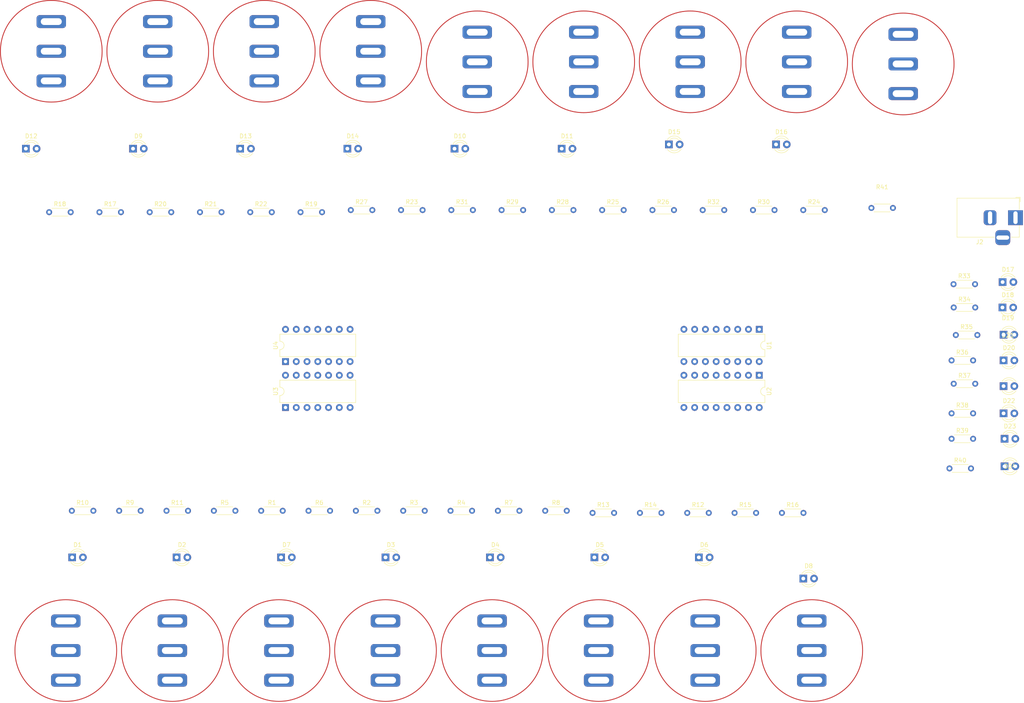
<source format=kicad_pcb>
(kicad_pcb (version 20240108) (generator "pcbnew") (generator_version "8.0")
  (layers (0 "F.Cu" signal) (31 "B.Cu" signal) (34 "B.Paste" user) (35 "F.Paste" user) (36 "B.SilkS" user "B.Silkscreen") (37 "F.SilkS" user "F.Silkscreen") (38 "B.Mask" user) (39 "F.Mask" user) (44 "Edge.Cuts" user))
  (net 0 "")
  (net 1 "GND")
  (net 2 "Net-(D1-A)")
  (net 3 "Net-(D2-A)")
  (net 4 "Net-(D3-A)")
  (net 5 "Net-(D4-A)")
  (net 6 "Net-(D5-A)")
  (net 7 "Net-(D6-A)")
  (net 8 "Net-(D7-A)")
  (net 9 "Net-(D8-A)")
  (net 10 "Net-(D9-A)")
  (net 11 "Net-(D10-A)")
  (net 12 "Net-(D11-A)")
  (net 13 "Net-(D12-A)")
  (net 14 "Net-(D13-A)")
  (net 15 "Net-(D14-A)")
  (net 16 "Net-(D15-A)")
  (net 17 "Net-(D16-A)")
  (net 18 "Net-(D17-A)")
  (net 19 "Net-(D18-A)")
  (net 20 "Net-(D19-A)")
  (net 21 "Net-(D20-A)")
  (net 22 "Net-(D21-A)")
  (net 23 "Net-(D22-A)")
  (net 24 "Net-(D23-A)")
  (net 25 "Net-(D24-A)")
  (net 26 "VCC")
  (net 27 "/A0")
  (net 28 "/A1")
  (net 29 "/A2")
  (net 30 "/A3")
  (net 31 "/A4")
  (net 32 "/A5")
  (net 33 "/A6")
  (net 34 "/A7")
  (net 35 "/B0")
  (net 36 "/B1")
  (net 37 "/B2")
  (net 38 "/B3")
  (net 39 "/B4")
  (net 40 "/B5")
  (net 41 "/B6")
  (net 42 "/B7")
  (net 43 "/S0")
  (net 44 "/S1")
  (net 45 "/S2")
  (net 46 "/S3")
  (net 47 "/S4")
  (net 48 "/S5")
  (net 49 "/S6")
  (net 50 "/S7")
  (net 51 "/SUB")
  (net 52 "Net-(U1A-C4)")
  (net 53 "Net-(U1A-B4)")
  (net 54 "Net-(U1A-B1)")
  (net 55 "Net-(U1A-B2)")
  (net 56 "Net-(U1A-B3)")
  (net 57 "Net-(U2A-B3)")
  (net 59 "Net-(U2A-B4)")
  (net 60 "Net-(U2A-B2)")
  (net 61 "Net-(U2A-B1)")
  (footprint "Resistor_THT:R_Axial_DIN0204_L3.6mm_D1.6mm_P5.08mm_Horizontal" (layer "F.Cu") (at 148.541902 137)
    (property "Reference" "R8" (at 2.54 -1.92 0) (layer "F.SilkS"))
    (property "Value" "1K")
    (pad "1" thru_hole circle (at 0 0) (size 1.4 1.4) (drill 0.7) (layers "*.Cu" "*.Mask") (net 30 "/A3"))
    (pad "2" thru_hole oval (at 5.08 0) (size 1.4 1.4) (drill 0.7) (layers "*.Cu" "*.Mask") (net 5 "Net-(D4-A)"))
  )
  (footprint "LED_THT:LED_D3.0mm" (layer "F.Cu") (at 177.714284 50.5)
    (property "Reference" "D15" (at 1.27 -2.96 0) (layer "F.SilkS"))
    (property "Value" "LED")
    (pad "1" thru_hole rect (at 0 0) (size 1.8 1.8) (drill 0.9) (layers "*.Cu" "*.Mask") (net 1 "GND"))
    (pad "2" thru_hole circle (at 2.54 0) (size 1.8 1.8) (drill 0.9) (layers "*.Cu" "*.Mask") (net 16 "Net-(D15-A)"))
  )
  (footprint "Resistor_THT:R_Axial_DIN0204_L3.6mm_D1.6mm_P5.08mm_Horizontal" (layer "F.Cu") (at 78.945332 66.5)
    (property "Reference" "R22" (at 2.54 -1.92 0) (layer "F.SilkS"))
    (property "Value" "1K")
    (pad "1" thru_hole circle (at 0 0) (size 1.4 1.4) (drill 0.7) (layers "*.Cu" "*.Mask") (net 37 "/B2"))
    (pad "2" thru_hole oval (at 5.08 0) (size 1.4 1.4) (drill 0.7) (layers "*.Cu" "*.Mask") (net 12 "Net-(D11-A)"))
  )
  (footprint "Library:switch1" (layer "F.Cu") (at 107.375 28.5)
    (property "Reference" "SW12" (hide yes))
    (property "Value" "SW_SPDT" (hide yes))
    (fp_circle (center 0 0) (end 12 0) (stroke (width 0.2)) (fill none) (layer "F.Cu"))
    (pad "1" thru_hole roundrect (at 0 -7) (size 6.95 3.06) (drill oval 4.95 1.6) (layers "*.Cu" "*.Mask") (net 1 "GND"))
    (pad "2" thru_hole roundrect (at 0 0) (size 6.95 3.06) (drill oval 4.95 1.6) (layers "*.Cu" "*.Mask") (net 38 "/B3"))
    (pad "3" thru_hole roundrect (at 0 7) (size 6.95 3.06) (drill oval 4.95 1.6) (layers "*.Cu" "*.Mask"))
  )
  (footprint "Resistor_THT:R_Axial_DIN0204_L3.6mm_D1.6mm_P5.08mm_Horizontal" (layer "F.Cu") (at 182.049901 137.5)
    (property "Reference" "R12" (at 2.54 -1.92 0) (layer "F.SilkS"))
    (property "Value" "1K")
    (pad "1" thru_hole circle (at 0 0) (size 1.4 1.4) (drill 0.7) (layers "*.Cu" "*.Mask") (net 32 "/A5"))
    (pad "2" thru_hole oval (at 5.08 0) (size 1.4 1.4) (drill 0.7) (layers "*.Cu" "*.Mask") (net 7 "Net-(D6-A)"))
  )
  (footprint "Library:switch1" (layer "F.Cu") (at 57.125 28.5)
    (property "Reference" "SW9" (hide yes))
    (property "Value" "SW_SPDT" (hide yes))
    (fp_circle (center 0 0) (end 12 0) (stroke (width 0.2)) (fill none) (layer "F.Cu"))
    (pad "1" thru_hole roundrect (at 0 -7) (size 6.95 3.06) (drill oval 4.95 1.6) (layers "*.Cu" "*.Mask") (net 1 "GND"))
    (pad "2" thru_hole roundrect (at 0 0) (size 6.95 3.06) (drill oval 4.95 1.6) (layers "*.Cu" "*.Mask") (net 35 "/B0"))
    (pad "3" thru_hole roundrect (at 0 7) (size 6.95 3.06) (drill oval 4.95 1.6) (layers "*.Cu" "*.Mask"))
  )
  (footprint "Resistor_THT:R_Axial_DIN0204_L3.6mm_D1.6mm_P5.08mm_Horizontal" (layer "F.Cu") (at 70.356571 137)
    (property "Reference" "R5" (at 2.54 -1.92 0) (layer "F.SilkS"))
    (property "Value" "1K")
    (pad "1" thru_hole circle (at 0 0) (size 1.4 1.4) (drill 0.7) (layers "*.Cu" "*.Mask") (net 26 "VCC"))
    (pad "2" thru_hole oval (at 5.08 0) (size 1.4 1.4) (drill 0.7) (layers "*.Cu" "*.Mask") (net 29 "/A2"))
  )
  (footprint "Resistor_THT:R_Axial_DIN0204_L3.6mm_D1.6mm_P5.08mm_Horizontal" (layer "F.Cu") (at 193.219234 137.5)
    (property "Reference" "R15" (at 2.54 -1.92 0) (layer "F.SilkS"))
    (property "Value" "1K")
    (pad "1" thru_hole circle (at 0 0) (size 1.4 1.4) (drill 0.7) (layers "*.Cu" "*.Mask") (net 26 "VCC"))
    (pad "2" thru_hole oval (at 5.08 0) (size 1.4 1.4) (drill 0.7) (layers "*.Cu" "*.Mask") (net 34 "/A7"))
  )
  (footprint "Resistor_THT:R_Axial_DIN0204_L3.6mm_D1.6mm_P5.08mm_Horizontal" (layer "F.Cu") (at 48.017905 137)
    (property "Reference" "R9" (at 2.54 -1.92 0) (layer "F.SilkS"))
    (property "Value" "1K")
    (pad "1" thru_hole circle (at 0 0) (size 1.4 1.4) (drill 0.7) (layers "*.Cu" "*.Mask") (net 26 "VCC"))
    (pad "2" thru_hole oval (at 5.08 0) (size 1.4 1.4) (drill 0.7) (layers "*.Cu" "*.Mask") (net 31 "/A4"))
  )
  (footprint "LED_THT:LED_D3.0mm" (layer "F.Cu") (at 86.214286 148)
    (property "Reference" "D7" (at 1.27 -2.96 0) (layer "F.SilkS"))
    (property "Value" "LED")
    (pad "1" thru_hole rect (at 0 0) (size 1.8 1.8) (drill 0.9) (layers "*.Cu" "*.Mask") (net 1 "GND"))
    (pad "2" thru_hole circle (at 2.54 0) (size 1.8 1.8) (drill 0.9) (layers "*.Cu" "*.Mask") (net 8 "Net-(D7-A)"))
  )
  (footprint "Resistor_THT:R_Axial_DIN0204_L3.6mm_D1.6mm_P5.08mm_Horizontal" (layer "F.Cu") (at 92.695237 137)
    (property "Reference" "R6" (at 2.54 -1.92 0) (layer "F.SilkS"))
    (property "Value" "1K")
    (pad "1" thru_hole circle (at 0 0) (size 1.4 1.4) (drill 0.7) (layers "*.Cu" "*.Mask") (net 29 "/A2"))
    (pad "2" thru_hole oval (at 5.08 0) (size 1.4 1.4) (drill 0.7) (layers "*.Cu" "*.Mask") (net 4 "Net-(D3-A)"))
  )
  (footprint "LED_THT:LED_D3.0mm" (layer "F.Cu") (at 101.857142 51.5)
    (property "Reference" "D14" (at 1.27 -2.96 0) (layer "F.SilkS"))
    (property "Value" "LED")
    (pad "1" thru_hole rect (at 0 0) (size 1.8 1.8) (drill 0.9) (layers "*.Cu" "*.Mask") (net 1 "GND"))
    (pad "2" thru_hole circle (at 2.54 0) (size 1.8 1.8) (drill 0.9) (layers "*.Cu" "*.Mask") (net 15 "Net-(D14-A)"))
  )
  (footprint "LED_THT:LED_D3.0mm" (layer "F.Cu") (at 152.42857 51.5)
    (property "Reference" "D11" (at 1.27 -2.96 0) (layer "F.SilkS"))
    (property "Value" "LED")
    (pad "1" thru_hole rect (at 0 0) (size 1.8 1.8) (drill 0.9) (layers "*.Cu" "*.Mask") (net 1 "GND"))
    (pad "2" thru_hole circle (at 2.54 0) (size 1.8 1.8) (drill 0.9) (layers "*.Cu" "*.Mask") (net 12 "Net-(D11-A)"))
  )
  (footprint "LED_THT:LED_D3.0mm" (layer "F.Cu") (at 256.92 126.5)
    (property "Reference" "D24" (at 1.275 0 0) (layer "F.SilkS"))
    (property "Value" "LED")
    (pad "1" thru_hole rect (at 0 0) (size 1.8 1.8) (drill 0.9) (layers "*.Cu" "*.Mask") (net 1 "GND"))
    (pad "2" thru_hole circle (at 2.54 0) (size 1.8 1.8) (drill 0.9) (layers "*.Cu" "*.Mask") (net 25 "Net-(D24-A)"))
  )
  (footprint "Library:switch1" (layer "F.Cu") (at 85.714286 170)
    (property "Reference" "SW3" (hide yes))
    (property "Value" "SW_SPDT" (hide yes))
    (fp_circle (center 0 0) (end 12 0) (stroke (width 0.2)) (fill none) (layer "F.Cu"))
    (pad "1" thru_hole roundrect (at 0 -7) (size 6.95 3.06) (drill oval 4.95 1.6) (layers "*.Cu" "*.Mask") (net 1 "GND"))
    (pad "2" thru_hole roundrect (at 0 0) (size 6.95 3.06) (drill oval 4.95 1.6) (layers "*.Cu" "*.Mask") (net 32 "/A5"))
    (pad "3" thru_hole roundrect (at 0 7) (size 6.95 3.06) (drill oval 4.95 1.6) (layers "*.Cu" "*.Mask"))
  )
  (footprint "LED_THT:LED_D3.0mm" (layer "F.Cu") (at 256.46 83)
    (property "Reference" "D17" (at 1.27 -2.96 0) (layer "F.SilkS"))
    (property "Value" "LED")
    (pad "1" thru_hole rect (at 0 0) (size 1.8 1.8) (drill 0.9) (layers "*.Cu" "*.Mask") (net 1 "GND"))
    (pad "2" thru_hole circle (at 2.54 0) (size 1.8 1.8) (drill 0.9) (layers "*.Cu" "*.Mask") (net 18 "Net-(D17-A)"))
  )
  (footprint "Connector_BarrelJack:BarrelJack_Horizontal" (layer "F.Cu") (at 259.5 67.8)
    (property "Reference" "J2" (at -8.45 5.75 0) (layer "F.SilkS"))
    (property "Value" "Barrel_Jack")
    (pad "1" thru_hole rect (at 0 0) (size 3.5 3.5) (drill oval 1 3) (layers "*.Cu" "*.Mask") (net 26 "VCC"))
    (pad "2" thru_hole roundrect (at -6 0) (size 3 3.5) (drill oval 1 3) (layers "*.Cu" "*.Mask") (net 1 "GND"))
    (pad "3" thru_hole roundrect (at -3 4.7) (size 3.5 3.5) (drill oval 3 1) (layers "*.Cu" "*.Mask"))
  )
  (footprint "Resistor_THT:R_Axial_DIN0204_L3.6mm_D1.6mm_P5.08mm_Horizontal" (layer "F.Cu") (at 244.42 101.5)
    (property "Reference" "R36" (at 2.54 -1.92 0) (layer "F.SilkS"))
    (property "Value" "1K")
    (pad "1" thru_hole circle (at 0 0) (size 1.4 1.4) (drill 0.7) (layers "*.Cu" "*.Mask") (net 46 "/S3"))
    (pad "2" thru_hole oval (at 5.08 0) (size 1.4 1.4) (drill 0.7) (layers "*.Cu" "*.Mask") (net 21 "Net-(D20-A)"))
  )
  (footprint "Resistor_THT:R_Axial_DIN0204_L3.6mm_D1.6mm_P5.08mm_Horizontal" (layer "F.Cu") (at 204.388572 137.5)
    (property "Reference" "R16" (at 2.54 -1.92 0) (layer "F.SilkS"))
    (property "Value" "1K")
    (pad "1" thru_hole circle (at 0 0) (size 1.4 1.4) (drill 0.7) (layers "*.Cu" "*.Mask") (net 34 "/A7"))
    (pad "2" thru_hole oval (at 5.08 0) (size 1.4 1.4) (drill 0.7) (layers "*.Cu" "*.Mask") (net 9 "Net-(D8-A)"))
  )
  (footprint "Resistor_THT:R_Axial_DIN0204_L3.6mm_D1.6mm_P5.08mm_Horizontal" (layer "F.Cu") (at 55.222666 66.5)
    (property "Reference" "R20" (at 2.54 -1.92 0) (layer "F.SilkS"))
    (property "Value" "1K")
    (pad "1" thru_hole circle (at 0 0) (size 1.4 1.4) (drill 0.7) (layers "*.Cu" "*.Mask") (net 36 "/B1"))
    (pad "2" thru_hole oval (at 5.08 0) (size 1.4 1.4) (drill 0.7) (layers "*.Cu" "*.Mask") (net 11 "Net-(D10-A)"))
  )
  (footprint "Library:switch1" (layer "F.Cu") (at 157.625 31)
    (property "Reference" "SW14" (hide yes))
    (property "Value" "SW_SPDT" (hide yes))
    (fp_circle (center 0 0) (end 12 0) (stroke (width 0.2)) (fill none) (layer "F.Cu"))
    (pad "1" thru_hole roundrect (at 0 -7) (size 6.95 3.06) (drill oval 4.95 1.6) (layers "*.Cu" "*.Mask") (net 1 "GND"))
    (pad "2" thru_hole roundrect (at 0 0) (size 6.95 3.06) (drill oval 4.95 1.6) (layers "*.Cu" "*.Mask") (net 40 "/B5"))
    (pad "3" thru_hole roundrect (at 0 7) (size 6.95 3.06) (drill oval 4.95 1.6) (layers "*.Cu" "*.Mask"))
  )
  (footprint "Resistor_THT:R_Axial_DIN0204_L3.6mm_D1.6mm_P5.08mm_Horizontal" (layer "F.Cu") (at 244.92 107)
    (property "Reference" "R37" (at 2.54 -1.92 0) (layer "F.SilkS"))
    (property "Value" "1K")
    (pad "1" thru_hole circle (at 0 0) (size 1.4 1.4) (drill 0.7) (layers "*.Cu" "*.Mask") (net 47 "/S4"))
    (pad "2" thru_hole oval (at 5.08 0) (size 1.4 1.4) (drill 0.7) (layers "*.Cu" "*.Mask") (net 22 "Net-(D21-A)"))
  )
  (footprint "Resistor_THT:R_Axial_DIN0204_L3.6mm_D1.6mm_P5.08mm_Horizontal" (layer "F.Cu") (at 170.880568 137.5)
    (property "Reference" "R14" (at 2.54 -1.92 0) (layer "F.SilkS"))
    (property "Value" "1K")
    (pad "1" thru_hole circle (at 0 0) (size 1.4 1.4) (drill 0.7) (layers "*.Cu" "*.Mask") (net 33 "/A6"))
    (pad "2" thru_hole oval (at 5.08 0) (size 1.4 1.4) (drill 0.7) (layers "*.Cu" "*.Mask") (net 8 "Net-(D7-A)"))
  )
  (footprint "Package_DIP:DIP-14_W7.62mm" (layer "F.Cu") (at 87.26 101.77 90)
    (property "Reference" "U4" (at 3.81 -2.33 90) (layer "F.SilkS"))
    (property "Value" "~")
    (pad "1" thru_hole rect (at 0 0 90) (size 1.6 1.6) (drill 0.8) (layers "*.Cu" "*.Mask") (net 38 "/B3"))
    (pad "2" thru_hole oval (at 0 2.54 90) (size 1.6 1.6) (drill 0.8) (layers "*.Cu" "*.Mask") (net 51 "/SUB"))
    (pad "3" thru_hole oval (at 0 5.08 90) (size 1.6 1.6) (drill 0.8) (layers "*.Cu" "*.Mask") (net 53 "Net-(U1A-B4)"))
    (pad "4" thru_hole oval (at 0 7.62 90) (size 1.6 1.6) (drill 0.8) (layers "*.Cu" "*.Mask") (net 37 "/B2"))
    (pad "5" thru_hole oval (at 0 10.16 90) (size 1.6 1.6) (drill 0.8) (layers "*.Cu" "*.Mask") (net 51 "/SUB"))
    (pad "6" thru_hole oval (at 0 12.7 90) (size 1.6 1.6) (drill 0.8) (layers "*.Cu" "*.Mask") (net 56 "Net-(U1A-B3)"))
    (pad "7" thru_hole oval (at 0 15.24 90) (size 1.6 1.6) (drill 0.8) (layers "*.Cu" "*.Mask") (net 1 "GND"))
    (pad "8" thru_hole oval (at 7.62 15.24 90) (size 1.6 1.6) (drill 0.8) (layers "*.Cu" "*.Mask") (net 55 "Net-(U1A-B2)"))
    (pad "9" thru_hole oval (at 7.62 12.7 90) (size 1.6 1.6) (drill 0.8) (layers "*.Cu" "*.Mask") (net 36 "/B1"))
    (pad "10" thru_hole oval (at 7.62 10.16 90) (size 1.6 1.6) (drill 0.8) (layers "*.Cu" "*.Mask") (net 51 "/SUB"))
    (pad "11" thru_hole oval (at 7.62 7.62 90) (size 1.6 1.6) (drill 0.8) (layers "*.Cu" "*.Mask") (net 54 "Net-(U1A-B1)"))
    (pad "12" thru_hole oval (at 7.62 5.08 90) (size 1.6 1.6) (drill 0.8) (layers "*.Cu" "*.Mask") (net 35 "/B0"))
    (pad "13" thru_hole oval (at 7.62 2.54 90) (size 1.6 1.6) (drill 0.8) (layers "*.Cu" "*.Mask") (net 51 "/SUB"))
    (pad "14" thru_hole oval (at 7.62 0 90) (size 1.6 1.6) (drill 0.8) (layers "*.Cu" "*.Mask") (net 26 "VCC"))
  )
  (footprint "Resistor_THT:R_Axial_DIN0204_L3.6mm_D1.6mm_P5.08mm_Horizontal" (layer "F.Cu") (at 43.361333 66.5)
    (property "Reference" "R17" (at 2.54 -1.92 0) (layer "F.SilkS"))
    (property "Value" "1K")
    (pad "1" thru_hole circle (at 0 0) (size 1.4 1.4) (drill 0.7) (layers "*.Cu" "*.Mask") (net 26 "VCC"))
    (pad "2" thru_hole oval (at 5.08 0) (size 1.4 1.4) (drill 0.7) (layers "*.Cu" "*.Mask") (net 35 "/B0"))
  )
  (footprint "Resistor_THT:R_Axial_DIN0204_L3.6mm_D1.6mm_P5.08mm_Horizontal" (layer "F.Cu") (at 244.88 83.5)
    (property "Reference" "R33" (at 2.54 -1.92 0) (layer "F.SilkS"))
    (property "Value" "1K")
    (pad "1" thru_hole circle (at 0 0) (size 1.4 1.4) (drill 0.7) (layers "*.Cu" "*.Mask") (net 43 "/S0"))
    (pad "2" thru_hole oval (at 5.08 0) (size 1.4 1.4) (drill 0.7) (layers "*.Cu" "*.Mask") (net 18 "Net-(D17-A)"))
  )
  (footprint "Resistor_THT:R_Axial_DIN0204_L3.6mm_D1.6mm_P5.08mm_Horizontal" (layer "F.Cu") (at 59.187238 137)
    (property "Reference" "R11" (at 2.54 -1.92 0) (layer "F.SilkS"))
    (property "Value" "1K")
    (pad "1" thru_hole circle (at 0 0) (size 1.4 1.4) (drill 0.7) (layers "*.Cu" "*.Mask") (net 26 "VCC"))
    (pad "2" thru_hole oval (at 5.08 0) (size 1.4 1.4) (drill 0.7) (layers "*.Cu" "*.Mask") (net 32 "/A5"))
  )
  (footprint "Resistor_THT:R_Axial_DIN0204_L3.6mm_D1.6mm_P5.08mm_Horizontal" (layer "F.Cu") (at 244.42 114)
    (property "Reference" "R38" (at 2.54 -1.92 0) (layer "F.SilkS"))
    (property "Value" "1K")
    (pad "1" thru_hole circle (at 0 0) (size 1.4 1.4) (drill 0.7) (layers "*.Cu" "*.Mask") (net 48 "/S5"))
    (pad "2" thru_hole oval (at 5.08 0) (size 1.4 1.4) (drill 0.7) (layers "*.Cu" "*.Mask") (net 23 "Net-(D22-A)"))
  )
  (footprint "Resistor_THT:R_Axial_DIN0204_L3.6mm_D1.6mm_P5.08mm_Horizontal" (layer "F.Cu") (at 197.558662 66)
    (property "Reference" "R30" (at 2.54 -1.92 0) (layer "F.SilkS"))
    (property "Value" "1K")
    (pad "1" thru_hole circle (at 0 0) (size 1.4 1.4) (drill 0.7) (layers "*.Cu" "*.Mask") (net 41 "/B6"))
    (pad "2" thru_hole oval (at 5.08 0) (size 1.4 1.4) (drill 0.7) (layers "*.Cu" "*.Mask") (net 16 "Net-(D15-A)"))
  )
  (footprint "Library:switch1" (layer "F.Cu") (at 132.5 31)
    (property "Reference" "SW16" (hide yes))
    (property "Value" "SW_SPDT" (hide yes))
    (fp_circle (center 0 0) (end 12 0) (stroke (width 0.2)) (fill none) (layer "F.Cu"))
    (pad "1" thru_hole roundrect (at 0 -7) (size 6.95 3.06) (drill oval 4.95 1.6) (layers "*.Cu" "*.Mask") (net 1 "GND"))
    (pad "2" thru_hole roundrect (at 0 0) (size 6.95 3.06) (drill oval 4.95 1.6) (layers "*.Cu" "*.Mask") (net 42 "/B7"))
    (pad "3" thru_hole roundrect (at 0 7) (size 6.95 3.06) (drill oval 4.95 1.6) (layers "*.Cu" "*.Mask"))
  )
  (footprint "LED_THT:LED_D3.0mm" (layer "F.Cu") (at 184.785714 148)
    (property "Reference" "D6" (at 1.27 -2.96 0) (layer "F.SilkS"))
    (property "Value" "LED")
    (pad "1" thru_hole rect (at 0 0) (size 1.8 1.8) (drill 0.9) (layers "*.Cu" "*.Mask") (net 1 "GND"))
    (pad "2" thru_hole circle (at 2.54 0) (size 1.8 1.8) (drill 0.9) (layers "*.Cu" "*.Mask") (net 7 "Net-(D6-A)"))
  )
  (footprint "Package_DIP:DIP-16_W7.62mm" (layer "F.Cu") (at 199.04 94.15 -90)
    (property "Reference" "U1" (at 3.81 -2.33 90) (layer "F.SilkS"))
    (property "Value" "~")
    (pad "1" thru_hole rect (at 0 0 270) (size 1.6 1.6) (drill 0.8) (layers "*.Cu" "*.Mask") (net 30 "/A3"))
    (pad "2" thru_hole oval (at 0 2.54 270) (size 1.6 1.6) (drill 0.8) (layers "*.Cu" "*.Mask") (net 45 "/S2"))
    (pad "3" thru_hole oval (at 0 5.08 270) (size 1.6 1.6) (drill 0.8) (layers "*.Cu" "*.Mask") (net 29 "/A2"))
    (pad "4" thru_hole oval (at 0 7.62 270) (size 1.6 1.6) (drill 0.8) (layers "*.Cu" "*.Mask") (net 56 "Net-(U1A-B3)"))
    (pad "5" thru_hole oval (at 0 10.16 270) (size 1.6 1.6) (drill 0.8) (layers "*.Cu" "*.Mask") (net 26 "VCC"))
    (pad "6" thru_hole oval (at 0 12.7 270) (size 1.6 1.6) (drill 0.8) (layers "*.Cu" "*.Mask") (net 44 "/S1"))
    (pad "7" thru_hole oval (at 0 15.24 270) (size 1.6 1.6) (drill 0.8) (layers "*.Cu" "*.Mask") (net 55 "Net-(U1A-B2)"))
    (pad "8" thru_hole oval (at 0 17.78 270) (size 1.6 1.6) (drill 0.8) (layers "*.Cu" "*.Mask") (net 28 "/A1"))
    (pad "9" thru_hole oval (at 7.62 17.78 270) (size 1.6 1.6) (drill 0.8) (layers "*.Cu" "*.Mask") (net 43 "/S0"))
    (pad "10" thru_hole oval (at 7.62 15.24 270) (size 1.6 1.6) (drill 0.8) (layers "*.Cu" "*.Mask") (net 27 "/A0"))
    (pad "11" thru_hole oval (at 7.62 12.7 270) (size 1.6 1.6) (drill 0.8) (layers "*.Cu" "*.Mask") (net 54 "Net-(U1A-B1)"))
    (pad "12" thru_hole oval (at 7.62 10.16 270) (size 1.6 1.6) (drill 0.8) (layers "*.Cu" "*.Mask") (net 1 "GND"))
    (pad "13" thru_hole oval (at 7.62 7.62 270) (size 1.6 1.6) (drill 0.8) (layers "*.Cu" "*.Mask") (net 51 "/SUB"))
    (pad "14" thru_hole oval (at 7.62 5.08 270) (size 1.6 1.6) (drill 0.8) (layers "*.Cu" "*.Mask") (net 52 "Net-(U1A-C4)"))
    (pad "15" thru_hole oval (at 7.62 2.54 270) (size 1.6 1.6) (drill 0.8) (layers "*.Cu" "*.Mask") (net 46 "/S3"))
    (pad "16" thru_hole oval (at 7.62 0 270) (size 1.6 1.6) (drill 0.8) (layers "*.Cu" "*.Mask") (net 53 "Net-(U1A-B4)"))
  )
  (footprint "LED_THT:LED_D3.0mm" (layer "F.Cu") (at 256.685 101.5)
    (property "Reference" "D20" (at 1.27 -2.96 0) (layer "F.SilkS"))
    (property "Value" "LED")
    (pad "1" thru_hole rect (at 0 0) (size 1.8 1.8) (drill 0.9) (layers "*.Cu" "*.Mask") (net 1 "GND"))
    (pad "2" thru_hole circle (at 2.54 0) (size 1.8 1.8) (drill 0.9) (layers "*.Cu" "*.Mask") (net 21 "Net-(D20-A)"))
  )
  (footprint "Resistor_THT:R_Axial_DIN0204_L3.6mm_D1.6mm_P5.08mm_Horizontal" (layer "F.Cu") (at 114.529331 66)
    (property "Reference" "R23" (at 2.54 -1.92 0) (layer "F.SilkS"))
    (property "Value" "1K")
    (pad "1" thru_hole circle (at 0 0) (size 1.4 1.4) (drill 0.7) (layers "*.Cu" "*.Mask") (net 26 "VCC"))
    (pad "2" thru_hole oval (at 5.08 0) (size 1.4 1.4) (drill 0.7) (layers "*.Cu" "*.Mask") (net 38 "/B3"))
  )
  (footprint "LED_THT:LED_D3.0mm" (layer "F.Cu") (at 127.142856 51.5)
    (property "Reference" "D10" (at 1.27 -2.96 0) (layer "F.SilkS"))
    (property "Value" "LED")
    (pad "1" thru_hole rect (at 0 0) (size 1.8 1.8) (drill 0.9) (layers "*.Cu" "*.Mask") (net 1 "GND"))
    (pad "2" thru_hole circle (at 2.54 0) (size 1.8 1.8) (drill 0.9) (layers "*.Cu" "*.Mask") (net 11 "Net-(D10-A)"))
  )
  (footprint "Resistor_THT:R_Axial_DIN0204_L3.6mm_D1.6mm_P5.08mm_Horizontal" (layer "F.Cu") (at 244.42 120)
    (property "Reference" "R39" (at 2.54 -1.92 0) (layer "F.SilkS"))
    (property "Value" "1K")
    (pad "1" thru_hole circle (at 0 0) (size 1.4 1.4) (drill 0.7) (layers "*.Cu" "*.Mask") (net 49 "/S6"))
    (pad "2" thru_hole oval (at 5.08 0) (size 1.4 1.4) (drill 0.7) (layers "*.Cu" "*.Mask") (net 24 "Net-(D23-A)"))
  )
  (footprint "LED_THT:LED_D3.0mm" (layer "F.Cu") (at 256.92 120)
    (property "Reference" "D23" (at 1.27 -2.96 0) (layer "F.SilkS"))
    (property "Value" "LED")
    (pad "1" thru_hole rect (at 0 0) (size 1.8 1.8) (drill 0.9) (layers "*.Cu" "*.Mask") (net 1 "GND"))
    (pad "2" thru_hole circle (at 2.54 0) (size 1.8 1.8) (drill 0.9) (layers "*.Cu" "*.Mask") (net 24 "Net-(D23-A)"))
  )
  (footprint "Package_DIP:DIP-16_W7.62mm" (layer "F.Cu") (at 199.04 105 -90)
    (property "Reference" "U2" (at 3.81 -2.33 90) (layer "F.SilkS"))
    (property "Value" "~")
    (pad "1" thru_hole rect (at 0 0 270) (size 1.6 1.6) (drill 0.8) (layers "*.Cu" "*.Mask") (net 34 "/A7"))
    (pad "2" thru_hole oval (at 0 2.54 270) (size 1.6 1.6) (drill 0.8) (layers "*.Cu" "*.Mask") (net 49 "/S6"))
    (pad "3" thru_hole oval (at 0 5.08 270) (size 1.6 1.6) (drill 0.8) (layers "*.Cu" "*.Mask") (net 33 "/A6"))
    (pad "4" thru_hole oval (at 0 7.62 270) (size 1.6 1.6) (drill 0.8) (layers "*.Cu" "*.Mask") (net 57 "Net-(U2A-B3)"))
    (pad "5" thru_hole oval (at 0 10.16 270) (size 1.6 1.6) (drill 0.8) (layers "*.Cu" "*.Mask") (net 26 "VCC"))
    (pad "6" thru_hole oval (at 0 12.7 270) (size 1.6 1.6) (drill 0.8) (layers "*.Cu" "*.Mask") (net 48 "/S5"))
    (pad "7" thru_hole oval (at 0 15.24 270) (size 1.6 1.6) (drill 0.8) (layers "*.Cu" "*.Mask") (net 60 "Net-(U2A-B2)"))
    (pad "8" thru_hole oval (at 0 17.78 270) (size 1.6 1.6) (drill 0.8) (layers "*.Cu" "*.Mask") (net 32 "/A5"))
    (pad "9" thru_hole oval (at 7.62 17.78 270) (size 1.6 1.6) (drill 0.8) (layers "*.Cu" "*.Mask") (net 47 "/S4"))
    (pad "10" thru_hole oval (at 7.62 15.24 270) (size 1.6 1.6) (drill 0.8) (layers "*.Cu" "*.Mask") (net 31 "/A4"))
    (pad "11" thru_hole oval (at 7.62 12.7 270) (size 1.6 1.6) (drill 0.8) (layers "*.Cu" "*.Mask") (net 61 "Net-(U2A-B1)"))
    (pad "12" thru_hole oval (at 7.62 10.16 270) (size 1.6 1.6) (drill 0.8) (layers "*.Cu" "*.Mask") (net 1 "GND"))
    (pad "13" thru_hole oval (at 7.62 7.62 270) (size 1.6 1.6) (drill 0.8) (layers "*.Cu" "*.Mask") (net 52 "Net-(U1A-C4)"))
    (pad "14" thru_hole oval (at 7.62 5.08 270) (size 1.6 1.6) (drill 0.8) (layers "*.Cu" "*.Mask"))
    (pad "15" thru_hole oval (at 7.62 2.54 270) (size 1.6 1.6) (drill 0.8) (layers "*.Cu" "*.Mask") (net 50 "/S7"))
    (pad "16" thru_hole oval (at 7.62 0 270) (size 1.6 1.6) (drill 0.8) (layers "*.Cu" "*.Mask") (net 59 "Net-(U2A-B4)"))
  )
  (footprint "Resistor_THT:R_Axial_DIN0204_L3.6mm_D1.6mm_P5.08mm_Horizontal" (layer "F.Cu") (at 103.86457 137)
    (property "Reference" "R2" (at 2.54 -1.92 0) (layer "F.SilkS"))
    (property "Value" "1K")
    (pad "1" thru_hole circle (at 0 0) (size 1.4 1.4) (drill 0.7) (layers "*.Cu" "*.Mask") (net 26 "VCC"))
    (pad "2" thru_hole oval (at 5.08 0) (size 1.4 1.4) (drill 0.7) (layers "*.Cu" "*.Mask") (net 27 "/A0"))
  )
  (footprint "LED_THT:LED_D3.0mm" (layer "F.Cu") (at 110.857143 148)
    (property "Reference" "D3" (at 1.27 -2.96 0) (layer "F.SilkS"))
    (property "Value" "LED")
    (pad "1" thru_hole rect (at 0 0) (size 1.8 1.8) (drill 0.9) (layers "*.Cu" "*.Mask") (net 1 "GND"))
    (pad "2" thru_hole circle (at 2.54 0) (size 1.8 1.8) (drill 0.9) (layers "*.Cu" "*.Mask") (net 4 "Net-(D3-A)"))
  )
  (footprint "LED_THT:LED_D3.0mm" (layer "F.Cu") (at 61.571429 148)
    (property "Reference" "D2" (at 1.27 -2.96 0) (layer "F.SilkS"))
    (property "Value" "LED")
    (pad "1" thru_hole rect (at 0 0) (size 1.8 1.8) (drill 0.9) (layers "*.Cu" "*.Mask") (net 1 "GND"))
    (pad "2" thru_hole circle (at 2.54 0) (size 1.8 1.8) (drill 0.9) (layers "*.Cu" "*.Mask") (net 3 "Net-(D2-A)"))
  )
  (footprint "LED_THT:LED_D3.0mm" (layer "F.Cu") (at 256.685 107.571432)
    (property "Reference" "D21" (at 1.005 -12.01 0) (layer "F.SilkS"))
    (property "Value" "LED")
    (pad "1" thru_hole rect (at 0 0) (size 1.8 1.8) (drill 0.9) (layers "*.Cu" "*.Mask") (net 1 "GND"))
    (pad "2" thru_hole circle (at 2.54 0) (size 1.8 1.8) (drill 0.9) (layers "*.Cu" "*.Mask") (net 22 "Net-(D21-A)"))
  )
  (footprint "Library:switch1" (layer "F.Cu") (at 186.285714 170)
    (property "Reference" "SW7" (hide yes))
    (property "Value" "SW_SPDT" (hide yes))
    (fp_circle (center 0 0) (end 12 0) (stroke (width 0.2)) (fill none) (layer "F.Cu"))
    (pad "1" thru_hole roundrect (at 0 -7) (size 6.95 3.06) (drill oval 4.95 1.6) (layers "*.Cu" "*.Mask") (net 1 "GND"))
    (pad "2" thru_hole roundrect (at 0 0) (size 6.95 3.06) (drill oval 4.95 1.6) (layers "*.Cu" "*.Mask") (net 31 "/A4"))
    (pad "3" thru_hole roundrect (at 0 7) (size 6.95 3.06) (drill oval 4.95 1.6) (layers "*.Cu" "*.Mask"))
  )
  (footprint "Library:switch1" (layer "F.Cu") (at 35.428572 170)
    (property "Reference" "SW1" (hide yes))
    (property "Value" "SW_SPDT" (hide yes))
    (fp_circle (center 0 0) (end 12 0) (stroke (width 0.2)) (fill none) (layer "F.Cu"))
    (pad "1" thru_hole roundrect (at 0 -7) (size 6.95 3.06) (drill oval 4.95 1.6) (layers "*.Cu" "*.Mask") (net 1 "GND"))
    (pad "2" thru_hole roundrect (at 0 0) (size 6.95 3.06) (drill oval 4.95 1.6) (layers "*.Cu" "*.Mask") (net 28 "/A1"))
    (pad "3" thru_hole roundrect (at 0 7) (size 6.95 3.06) (drill oval 4.95 1.6) (layers "*.Cu" "*.Mask"))
  )
  (footprint "LED_THT:LED_D3.0mm" (layer "F.Cu") (at 256.685 95.428572)
    (property "Reference" "D19" (at 1.04 -3.928572 0) (layer "F.SilkS"))
    (property "Value" "LED")
    (pad "1" thru_hole rect (at 0 0) (size 1.8 1.8) (drill 0.9) (layers "*.Cu" "*.Mask") (net 1 "GND"))
    (pad "2" thru_hole circle (at 2.54 0) (size 1.8 1.8) (drill 0.9) (layers "*.Cu" "*.Mask") (net 20 "Net-(D19-A)"))
  )
  (footprint "LED_THT:LED_D3.0mm" (layer "F.Cu") (at 203 50.5)
    (property "Reference" "D16" (at 1.27 -2.96 0) (layer "F.SilkS"))
    (property "Value" "LED")
    (pad "1" thru_hole rect (at 0 0) (size 1.8 1.8) (drill 0.9) (layers "*.Cu" "*.Mask") (net 1 "GND"))
    (pad "2" thru_hole circle (at 2.54 0) (size 1.8 1.8) (drill 0.9) (layers "*.Cu" "*.Mask") (net 17 "Net-(D16-A)"))
  )
  (footprint "Library:switch1" (layer "F.Cu") (at 211.428572 170)
    (property "Reference" "SW8" (hide yes))
    (property "Value" "SW_SPDT" (hide yes))
    (fp_circle (center 0 0) (end 12 0) (stroke (width 0.2)) (fill none) (layer "F.Cu"))
    (pad "1" thru_hole roundrect (at 0 -7) (size 6.95 3.06) (drill oval 4.95 1.6) (layers "*.Cu" "*.Mask") (net 1 "GND"))
    (pad "2" thru_hole roundrect (at 0 0) (size 6.95 3.06) (drill oval 4.95 1.6) (layers "*.Cu" "*.Mask") (net 33 "/A6"))
    (pad "3" thru_hole roundrect (at 0 7) (size 6.95 3.06) (drill oval 4.95 1.6) (layers "*.Cu" "*.Mask"))
  )
  (footprint "Resistor_THT:R_Axial_DIN0204_L3.6mm_D1.6mm_P5.08mm_Horizontal" (layer "F.Cu") (at 173.835996 66)
    (property "Reference" "R26" (at 2.54 -1.92 0) (layer "F.SilkS"))
    (property "Value" "1K")
    (pad "1" thru_hole circle (at 0 0) (size 1.4 1.4) (drill 0.7) (layers "*.Cu" "*.Mask") (net 39 "/B4"))
    (pad "2" thru_hole oval (at 5.08 0) (size 1.4 1.4) (drill 0.7) (layers "*.Cu" "*.Mask") (net 14 "Net-(D13-A)"))
  )
  (footprint "Resistor_THT:R_Axial_DIN0204_L3.6mm_D1.6mm_P5.08mm_Horizontal" (layer "F.Cu") (at 115.033903 137)
    (property "Reference" "R3" (at 2.54 -1.92 0) (layer "F.SilkS"))
    (property "Value" "1K")
    (pad "1" thru_hole circle (at 0 0) (size 1.4 1.4) (drill 0.7) (layers "*.Cu" "*.Mask") (net 26 "VCC"))
    (pad "2" thru_hole oval (at 5.08 0) (size 1.4 1.4) (drill 0.7) (layers "*.Cu" "*.Mask") (net 28 "/A1"))
  )
  (footprint "Resistor_THT:R_Axial_DIN0204_L3.6mm_D1.6mm_P5.08mm_Horizontal" (layer "F.Cu") (at 159.711235 137.5)
    (property "Reference" "R13" (at 2.54 -1.92 0) (layer "F.SilkS"))
    (property "Value" "1K")
    (pad "1" thru_hole circle (at 0 0) (size 1.4 1.4) (drill 0.7) (layers "*.Cu" "*.Mask") (net 26 "VCC"))
    (pad "2" thru_hole oval (at 5.08 0) (size 1.4 1.4) (drill 0.7) (layers "*.Cu" "*.Mask") (net 33 "/A6"))
  )
  (footprint "Resistor_THT:R_Axial_DIN0204_L3.6mm_D1.6mm_P5.08mm_Horizontal" (layer "F.Cu") (at 137.372569 137)
    (property "Reference" "R7" (at 2.54 -1.92 0) (layer "F.SilkS"))
    (property "Value" "1K")
    (pad "1" thru_hole circle (at 0 0) (size 1.4 1.4) (drill 0.7) (layers "*.Cu" "*.Mask") (net 26 "VCC"))
    (pad "2" thru_hole oval (at 5.08 0) (size 1.4 1.4) (drill 0.7) (layers "*.Cu" "*.Mask") (net 30 "/A3"))
  )
  (footprint "Resistor_THT:R_Axial_DIN0204_L3.6mm_D1.6mm_P5.08mm_Horizontal" (layer "F.Cu") (at 225.5 65.5)
    (property "Reference" "R41" (at 2.54 -4.92 0) (layer "F.SilkS"))
    (property "Value" "R")
    (pad "1" thru_hole circle (at 0 0) (size 1.4 1.4) (drill 0.7) (layers "*.Cu" "*.Mask") (net 26 "VCC"))
    (pad "2" thru_hole oval (at 5.08 0) (size 1.4 1.4) (drill 0.7) (layers "*.Cu" "*.Mask") (net 51 "/SUB"))
  )
  (footprint "Resistor_THT:R_Axial_DIN0204_L3.6mm_D1.6mm_P5.08mm_Horizontal" (layer "F.Cu") (at 138.251997 66)
    (property "Reference" "R29" (at 2.54 -1.92 0) (layer "F.SilkS"))
    (property "Value" "1K")
    (pad "1" thru_hole circle (at 0 0) (size 1.4 1.4) (drill 0.7) (layers "*.Cu" "*.Mask") (net 26 "VCC"))
    (pad "2" thru_hole oval (at 5.08 0) (size 1.4 1.4) (drill 0.7) (layers "*.Cu" "*.Mask") (net 41 "/B6"))
  )
  (footprint "Resistor_THT:R_Axial_DIN0204_L3.6mm_D1.6mm_P5.08mm_Horizontal" (layer "F.Cu") (at 81.525904 137)
    (property "Reference" "R1" (at 2.54 -1.92 0) (layer "F.SilkS"))
    (property "Value" "1K")
    (pad "1" thru_hole circle (at 0 0) (size 1.4 1.4) (drill 0.7) (layers "*.Cu" "*.Mask") (net 27 "/A0"))
    (pad "2" thru_hole oval (at 5.08 0) (size 1.4 1.4) (drill 0.7) (layers "*.Cu" "*.Mask") (net 2 "Net-(D1-A)"))
  )
  (footprint "Resistor_THT:R_Axial_DIN0204_L3.6mm_D1.6mm_P5.08mm_Horizontal" (layer "F.Cu") (at 36.848572 137)
    (property "Reference" "R10" (at 2.54 -1.92 0) (layer "F.SilkS"))
    (property "Value" "1K")
    (pad "1" thru_hole circle (at 0 0) (size 1.4 1.4) (drill 0.7) (layers "*.Cu" "*.Mask") (net 31 "/A4"))
    (pad "2" thru_hole oval (at 5.08 0) (size 1.4 1.4) (drill 0.7) (layers "*.Cu" "*.Mask") (net 6 "Net-(D5-A)"))
  )
  (footprint "LED_THT:LED_D3.0mm" (layer "F.Cu") (at 36.928572 148)
    (property "Reference" "D1" (at 1.27 -2.96 0) (layer "F.SilkS"))
    (property "Value" "LED")
    (pad "1" thru_hole rect (at 0 0) (size 1.8 1.8) (drill 0.9) (layers "*.Cu" "*.Mask") (net 1 "GND"))
    (pad "2" thru_hole circle (at 2.54 0) (size 1.8 1.8) (drill 0.9) (layers "*.Cu" "*.Mask") (net 2 "Net-(D1-A)"))
  )
  (footprint "Resistor_THT:R_Axial_DIN0204_L3.6mm_D1.6mm_P5.08mm_Horizontal" (layer "F.Cu") (at 102.667998 66)
    (property "Reference" "R27" (at 2.54 -1.92 0) (layer "F.SilkS"))
    (property "Value" "1K")
    (pad "1" thru_hole circle (at 0 0) (size 1.4 1.4) (drill 0.7) (layers "*.Cu" "*.Mask") (net 26 "VCC"))
    (pad "2" thru_hole oval (at 5.08 0) (size 1.4 1.4) (drill 0.7) (layers "*.Cu" "*.Mask") (net 40 "/B5"))
  )
  (footprint "Resistor_THT:R_Axial_DIN0204_L3.6mm_D1.6mm_P5.08mm_Horizontal" (layer "F.Cu") (at 67.083999 66.5)
    (property "Reference" "R21" (at 2.54 -1.92 0) (layer "F.SilkS"))
    (property "Value" "1K")
    (pad "1" thru_hole circle (at 0 0) (size 1.4 1.4) (drill 0.7) (layers "*.Cu" "*.Mask") (net 26 "VCC"))
    (pad "2" thru_hole oval (at 5.08 0) (size 1.4 1.4) (drill 0.7) (layers "*.Cu" "*.Mask") (net 37 "/B2"))
  )
  (footprint "Library:switch1" (layer "F.Cu") (at 161.142857 170)
    (property "Reference" "SW6" (hide yes))
    (property "Value" "SW_SPDT" (hide yes))
    (fp_circle (center 0 0) (end 12 0) (stroke (width 0.2)) (fill none) (layer "F.Cu"))
    (pad "1" thru_hole roundrect (at 0 -7) (size 6.95 3.06) (drill oval 4.95 1.6) (layers "*.Cu" "*.Mask") (net 1 "GND"))
    (pad "2" thru_hole roundrect (at 0 0) (size 6.95 3.06) (drill oval 4.95 1.6) (layers "*.Cu" "*.Mask") (net 29 "/A2"))
    (pad "3" thru_hole roundrect (at 0 7) (size 6.95 3.06) (drill oval 4.95 1.6) (layers "*.Cu" "*.Mask"))
  )
  (footprint "LED_THT:LED_D3.0mm" (layer "F.Cu") (at 51.285714 51.5)
    (property "Reference" "D9" (at 1.27 -2.96 0) (layer "F.SilkS"))
    (property "Value" "LED")
    (pad "1" thru_hole rect (at 0 0) (size 1.8 1.8) (drill 0.9) (layers "*.Cu" "*.Mask") (net 1 "GND"))
    (pad "2" thru_hole circle (at 2.54 0) (size 1.8 1.8) (drill 0.9) (layers "*.Cu" "*.Mask") (net 10 "Net-(D9-A)"))
  )
  (footprint "LED_THT:LED_D3.0mm" (layer "F.Cu") (at 135.5 148)
    (property "Reference" "D4" (at 1.27 -2.96 0) (layer "F.SilkS"))
    (property "Value" "LED")
    (pad "1" thru_hole rect (at 0 0) (size 1.8 1.8) (drill 0.9) (layers "*.Cu" "*.Mask") (net 1 "GND"))
    (pad "2" thru_hole circle (at 2.54 0) (size 1.8 1.8) (drill 0.9) (layers "*.Cu" "*.Mask") (net 5 "Net-(D4-A)"))
  )
  (footprint "Package_DIP:DIP-14_W7.62mm" (layer "F.Cu") (at 87.26 112.62 90)
    (property "Reference" "U3" (at 3.81 -2.33 90) (layer "F.SilkS"))
    (property "Value" "~")
    (pad "1" thru_hole rect (at 0 0 90) (size 1.6 1.6) (drill 0.8) (layers "*.Cu" "*.Mask") (net 42 "/B7"))
    (pad "2" thru_hole oval (at 0 2.54 90) (size 1.6 1.6) (drill 0.8) (layers "*.Cu" "*.Mask") (net 51 "/SUB"))
    (pad "3" thru_hole oval (at 0 5.08 90) (size 1.6 1.6) (drill 0.8) (layers "*.Cu" "*.Mask") (net 59 "Net-(U2A-B4)"))
    (pad "4" thru_hole oval (at 0 7.62 90) (size 1.6 1.6) (drill 0.8) (layers "*.Cu" "*.Mask") (net 41 "/B6"))
    (pad "5" thru_hole oval (at 0 10.16 90) (size 1.6 1.6) (drill 0.8) (layers "*.Cu" "*.Mask") (net 51 "/SUB"))
    (pad "6" thru_hole oval (at 0 12.7 90) (size 1.6 1.6) (drill 0.8) (layers "*.Cu" "*.Mask") (net 57 "Net-(U2A-B3)"))
    (pad "7" thru_hole oval (at 0 15.24 90) (size 1.6 1.6) (drill 0.8) (layers "*.Cu" "*.Mask") (net 1 "GND"))
    (pad "8" thru_hole oval (at 7.62 15.24 90) (size 1.6 1.6) (drill 0.8) (layers "*.Cu" "*.Mask") (net 60 "Net-(U2A-B2)"))
    (pad "9" thru_hole oval (at 7.62 12.7 90) (size 1.6 1.6) (drill 0.8) (layers "*.Cu" "*.Mask") (net 40 "/B5"))
    (pad "10" thru_hole oval (at 7.62 10.16 90) (size 1.6 1.6) (drill 0.8) (layers "*.Cu" "*.Mask") (net 51 "/SUB"))
    (pad "11" thru_hole oval (at 7.62 7.62 90) (size 1.6 1.6) (drill 0.8) (layers "*.Cu" "*.Mask") (net 61 "Net-(U2A-B1)"))
    (pad "12" thru_hole oval (at 7.62 5.08 90) (size 1.6 1.6) (drill 0.8) (layers "*.Cu" "*.Mask") (net 39 "/B4"))
    (pad "13" thru_hole oval (at 7.62 2.54 90) (size 1.6 1.6) (drill 0.8) (layers "*.Cu" "*.Mask") (net 51 "/SUB"))
    (pad "14" thru_hole oval (at 7.62 0 90) (size 1.6 1.6) (drill 0.8) (layers "*.Cu" "*.Mask") (net 26 "VCC"))
  )
  (footprint "Resistor_THT:R_Axial_DIN0204_L3.6mm_D1.6mm_P5.08mm_Horizontal" (layer "F.Cu") (at 245.42 95.5)
    (property "Reference" "R35" (at 2.54 -1.92 0) (layer "F.SilkS"))
    (property "Value" "1K")
    (pad "1" thru_hole circle (at 0 0) (size 1.4 1.4) (drill 0.7) (layers "*.Cu" "*.Mask") (net 45 "/S2"))
    (pad "2" thru_hole oval (at 5.08 0) (size 1.4 1.4) (drill 0.7) (layers "*.Cu" "*.Mask") (net 20 "Net-(D19-A)"))
  )
  (footprint "Resistor_THT:R_Axial_DIN0204_L3.6mm_D1.6mm_P5.08mm_Horizontal" (layer "F.Cu") (at 209.42 66)
    (property "Reference" "R24" (at 2.54 -1.92 0) (layer "F.SilkS"))
    (property "Value" "1K")
    (pad "1" thru_hole circle (at 0 0) (size 1.4 1.4) (drill 0.7) (layers "*.Cu" "*.Mask") (net 38 "/B3"))
    (pad "2" thru_hole oval (at 5.08 0) (size 1.4 1.4) (drill 0.7) (layers "*.Cu" "*.Mask") (net 13 "Net-(D12-A)"))
  )
  (footprint "Library:switch1" (layer "F.Cu") (at 182.75 31)
    (property "Reference" "SW15" (hide yes))
    (property "Value" "SW_SPDT" (hide yes))
    (fp_circle (center 0 0) (end 12 0) (stroke (width 0.2)) (fill none) (layer "F.Cu"))
    (pad "1" thru_hole roundrect (at 0 -7) (size 6.95 3.06) (drill oval 4.95 1.6) (layers "*.Cu" "*.Mask") (net 1 "GND"))
    (pad "2" thru_hole roundrect (at 0 0) (size 6.95 3.06) (drill oval 4.95 1.6) (layers "*.Cu" "*.Mask") (net 41 "/B6"))
    (pad "3" thru_hole roundrect (at 0 7) (size 6.95 3.06) (drill oval 4.95 1.6) (layers "*.Cu" "*.Mask"))
  )
  (footprint "Library:switch1" (layer "F.Cu") (at 60.571429 170)
    (property "Reference" "SW2" (hide yes))
    (property "Value" "SW_SPDT" (hide yes))
    (fp_circle (center 0 0) (end 12 0) (stroke (width 0.2)) (fill none) (layer "F.Cu"))
    (pad "1" thru_hole roundrect (at 0 -7) (size 6.95 3.06) (drill oval 4.95 1.6) (layers "*.Cu" "*.Mask") (net 1 "GND"))
    (pad "2" thru_hole roundrect (at 0 0) (size 6.95 3.06) (drill oval 4.95 1.6) (layers "*.Cu" "*.Mask") (net 30 "/A3"))
    (pad "3" thru_hole roundrect (at 0 7) (size 6.95 3.06) (drill oval 4.95 1.6) (layers "*.Cu" "*.Mask"))
  )
  (footprint "Resistor_THT:R_Axial_DIN0204_L3.6mm_D1.6mm_P5.08mm_Horizontal" (layer "F.Cu") (at 244.92 89)
    (property "Reference" "R34" (at 2.54 -1.92 0) (layer "F.SilkS"))
    (property "Value" "1K")
    (pad "1" thru_hole circle (at 0 0) (size 1.4 1.4) (drill 0.7) (layers "*.Cu" "*.Mask") (net 44 "/S1"))
    (pad "2" thru_hole oval (at 5.08 0) (size 1.4 1.4) (drill 0.7) (layers "*.Cu" "*.Mask") (net 19 "Net-(D18-A)"))
  )
  (footprint "LED_THT:LED_D3.0mm" (layer "F.Cu") (at 76.571428 51.5)
    (property "Reference" "D13" (at 1.27 -2.96 0) (layer "F.SilkS"))
    (property "Value" "LED")
    (pad "1" thru_hole rect (at 0 0) (size 1.8 1.8) (drill 0.9) (layers "*.Cu" "*.Mask") (net 1 "GND"))
    (pad "2" thru_hole circle (at 2.54 0) (size 1.8 1.8) (drill 0.9) (layers "*.Cu" "*.Mask") (net 14 "Net-(D13-A)"))
  )
  (footprint "Resistor_THT:R_Axial_DIN0204_L3.6mm_D1.6mm_P5.08mm_Horizontal" (layer "F.Cu") (at 90.806665 66.5)
    (property "Reference" "R19" (at 2.54 -1.92 0) (layer "F.SilkS"))
    (property "Value" "1K")
    (pad "1" thru_hole circle (at 0 0) (size 1.4 1.4) (drill 0.7) (layers "*.Cu" "*.Mask") (net 26 "VCC"))
    (pad "2" thru_hole oval (at 5.08 0) (size 1.4 1.4) (drill 0.7) (layers "*.Cu" "*.Mask") (net 36 "/B1"))
  )
  (footprint "LED_THT:LED_D3.0mm" (layer "F.Cu") (at 26 51.5)
    (property "Reference" "D12" (at 1.27 -2.96 0) (layer "F.SilkS"))
    (property "Value" "LED")
    (pad "1" thru_hole rect (at 0 0) (size 1.8 1.8) (drill 0.9) (layers "*.Cu" "*.Mask") (net 1 "GND"))
    (pad "2" thru_hole circle (at 2.54 0) (size 1.8 1.8) (drill 0.9) (layers "*.Cu" "*.Mask") (net 13 "Net-(D12-A)"))
  )
  (footprint "LED_THT:LED_D3.0mm" (layer "F.Cu") (at 256.42 89)
    (property "Reference" "D18" (at 1.27 -2.96 0) (layer "F.SilkS"))
    (property "Value" "LED")
    (pad "1" thru_hole rect (at 0 0) (size 1.8 1.8) (drill 0.9) (layers "*.Cu" "*.Mask") (net 1 "GND"))
    (pad "2" thru_hole circle (at 2.54 0) (size 1.8 1.8) (drill 0.9) (layers "*.Cu" "*.Mask") (net 19 "Net-(D18-A)"))
  )
  (footprint "Library:switch1" (layer "F.Cu") (at 82.25 28.5)
    (property "Reference" "SW10" (hide yes))
    (property "Value" "SW_SPDT" (hide yes))
    (fp_circle (center 0 0) (end 12 0) (stroke (width 0.2)) (fill none) (layer "F.Cu"))
    (pad "1" thru_hole roundrect (at 0 -7) (size 6.95 3.06) (drill oval 4.95 1.6) (layers "*.Cu" "*.Mask") (net 1 "GND"))
    (pad "2" thru_hole roundrect (at 0 0) (size 6.95 3.06) (drill oval 4.95 1.6) (layers "*.Cu" "*.Mask") (net 36 "/B1"))
    (pad "3" thru_hole roundrect (at 0 7) (size 6.95 3.06) (drill oval 4.95 1.6) (layers "*.Cu" "*.Mask"))
  )
  (footprint "Resistor_THT:R_Axial_DIN0204_L3.6mm_D1.6mm_P5.08mm_Horizontal" (layer "F.Cu") (at 126.390664 66)
    (property "Reference" "R31" (at 2.54 -1.92 0) (layer "F.SilkS"))
    (property "Value" "1K")
    (pad "1" thru_hole circle (at 0 0) (size 1.4 1.4) (drill 0.7) (layers "*.Cu" "*.Mask") (net 26 "VCC"))
    (pad "2" thru_hole oval (at 5.08 0) (size 1.4 1.4) (drill 0.7) (layers "*.Cu" "*.Mask") (net 42 "/B7"))
  )
  (footprint "Library:switch1" (layer "F.Cu") (at 136 170)
    (property "Reference" "SW5" (hide yes))
    (property "Value" "SW_SPDT" (hide yes))
    (fp_circle (center 0 0) (end 12 0) (stroke (width 0.2)) (fill none) (layer "F.Cu"))
    (pad "1" thru_hole roundrect (at 0 -7) (size 6.95 3.06) (drill oval 4.95 1.6) (layers "*.Cu" "*.Mask") (net 1 "GND"))
    (pad "2" thru_hole roundrect (at 0 0) (size 6.95 3.06) (drill oval 4.95 1.6) (layers "*.Cu" "*.Mask") (net 27 "/A0"))
    (pad "3" thru_hole roundrect (at 0 7) (size 6.95 3.06) (drill oval 4.95 1.6) (layers "*.Cu" "*.Mask"))
  )
  (footprint "LED_THT:LED_D3.0mm" (layer "F.Cu") (at 160.142857 148)
    (property "Reference" "D5" (at 1.27 -2.96 0) (layer "F.SilkS"))
    (property "Value" "LED")
    (pad "1" thru_hole rect (at 0 0) (size 1.8 1.8) (drill 0.9) (layers "*.Cu" "*.Mask") (net 1 "GND"))
    (pad "2" thru_hole circle (at 2.54 0) (size 1.8 1.8) (drill 0.9) (layers "*.Cu" "*.Mask") (net 6 "Net-(D5-A)"))
  )
  (footprint "Resistor_THT:R_Axial_DIN0204_L3.6mm_D1.6mm_P5.08mm_Horizontal" (layer "F.Cu") (at 126.203236 137)
    (property "Reference" "R4" (at 2.54 -1.92 0) (layer "F.SilkS"))
    (property "Value" "1K")
    (pad "1" thru_hole circle (at 0 0) (size 1.4 1.4) (drill 0.7) (layers "*.Cu" "*.Mask") (net 28 "/A1"))
    (pad "2" thru_hole oval (at 5.08 0) (size 1.4 1.4) (drill 0.7) (layers "*.Cu" "*.Mask") (net 3 "Net-(D2-A)"))
  )
  (footprint "Resistor_THT:R_Axial_DIN0204_L3.6mm_D1.6mm_P5.08mm_Horizontal" (layer "F.Cu") (at 243.92 127)
    (property "Reference" "R40" (at 2.54 -1.92 0) (layer "F.SilkS"))
    (property "Value" "1K")
    (pad "1" thru_hole circle (at 0 0) (size 1.4 1.4) (drill 0.7) (layers "*.Cu" "*.Mask") (net 50 "/S7"))
    (pad "2" thru_hole oval (at 5.08 0) (size 1.4 1.4) (drill 0.7) (layers "*.Cu" "*.Mask") (net 25 "Net-(D24-A)"))
  )
  (footprint "LED_THT:LED_D3.0mm" (layer "F.Cu") (at 209.428572 153)
    (property "Reference" "D8" (at 1.27 -2.96 0) (layer "F.SilkS"))
    (property "Value" "LED")
    (pad "1" thru_hole rect (at 0 0) (size 1.8 1.8) (drill 0.9) (layers "*.Cu" "*.Mask") (net 1 "GND"))
    (pad "2" thru_hole circle (at 2.54 0) (size 1.8 1.8) (drill 0.9) (layers "*.Cu" "*.Mask") (net 9 "Net-(D8-A)"))
  )
  (footprint "Resistor_THT:R_Axial_DIN0204_L3.6mm_D1.6mm_P5.08mm_Horizontal" (layer "F.Cu") (at 31.5 66.5)
    (property "Reference" "R18" (at 2.54 -1.92 0) (layer "F.SilkS"))
    (property "Value" "1K")
    (pad "1" thru_hole circle (at 0 0) (size 1.4 1.4) (drill 0.7) (layers "*.Cu" "*.Mask") (net 35 "/B0"))
    (pad "2" thru_hole oval (at 5.08 0) (size 1.4 1.4) (drill 0.7) (layers "*.Cu" "*.Mask") (net 10 "Net-(D9-A)"))
  )
  (footprint "Library:switch1" (layer "F.Cu") (at 207.875 31)
    (property "Reference" "SW13" (hide yes))
    (property "Value" "SW_SPDT" (hide yes))
    (fp_circle (center 0 0) (end 12 0) (stroke (width 0.2)) (fill none) (layer "F.Cu"))
    (pad "1" thru_hole roundrect (at 0 -7) (size 6.95 3.06) (drill oval 4.95 1.6) (layers "*.Cu" "*.Mask") (net 1 "GND"))
    (pad "2" thru_hole roundrect (at 0 0) (size 6.95 3.06) (drill oval 4.95 1.6) (layers "*.Cu" "*.Mask") (net 39 "/B4"))
    (pad "3" thru_hole roundrect (at 0 7) (size 6.95 3.06) (drill oval 4.95 1.6) (layers "*.Cu" "*.Mask"))
  )
  (footprint "Resistor_THT:R_Axial_DIN0204_L3.6mm_D1.6mm_P5.08mm_Horizontal" (layer "F.Cu") (at 185.697329 66)
    (property "Reference" "R32" (at 2.54 -1.92 0) (layer "F.SilkS"))
    (property "Value" "1K")
    (pad "1" thru_hole circle (at 0 0) (size 1.4 1.4) (drill 0.7) (layers "*.Cu" "*.Mask") (net 42 "/B7"))
    (pad "2" thru_hole oval (at 5.08 0) (size 1.4 1.4) (drill 0.7) (layers "*.Cu" "*.Mask") (net 17 "Net-(D16-A)"))
  )
  (footprint "Library:switch1" (layer "F.Cu") (at 32 28.5)
    (property "Reference" "SW11" (hide yes))
    (property "Value" "SW_SPDT" (hide yes))
    (fp_circle (center 0 0) (end 12 0) (stroke (width 0.2)) (fill none) (layer "F.Cu"))
    (pad "1" thru_hole roundrect (at 0 -7) (size 6.95 3.06) (drill oval 4.95 1.6) (layers "*.Cu" "*.Mask") (net 1 "GND"))
    (pad "2" thru_hole roundrect (at 0 0) (size 6.95 3.06) (drill oval 4.95 1.6) (layers "*.Cu" "*.Mask") (net 37 "/B2"))
    (pad "3" thru_hole roundrect (at 0 7) (size 6.95 3.06) (drill oval 4.95 1.6) (layers "*.Cu" "*.Mask"))
  )
  (footprint "LED_THT:LED_D3.0mm" (layer "F.Cu") (at 256.685 114)
    (property "Reference" "D22" (at 1.27 -2.96 0) (layer "F.SilkS"))
    (property "Value" "LED")
    (pad "1" thru_hole rect (at 0 0) (size 1.8 1.8) (drill 0.9) (layers "*.Cu" "*.Mask") (net 1 "GND"))
    (pad "2" thru_hole circle (at 2.54 0) (size 1.8 1.8) (drill 0.9) (layers "*.Cu" "*.Mask") (net 23 "Net-(D22-A)"))
  )
  (footprint "Library:switch1" (layer "F.Cu") (at 110.857143 170)
    (property "Reference" "SW4" (hide yes))
    (property "Value" "SW_SPDT" (hide yes))
    (fp_circle (center 0 0) (end 12 0) (stroke (width 0.2)) (fill none) (layer "F.Cu"))
    (pad "1" thru_hole roundrect (at 0 -7) (size 6.95 3.06) (drill oval 4.95 1.6) (layers "*.Cu" "*.Mask") (net 1 "GND"))
    (pad "2" thru_hole roundrect (at 0 0) (size 6.95 3.06) (drill oval 4.95 1.6) (layers "*.Cu" "*.Mask") (net 34 "/A7"))
    (pad "3" thru_hole roundrect (at 0 7) (size 6.95 3.06) (drill oval 4.95 1.6) (layers "*.Cu" "*.Mask"))
  )
  (footprint "Resistor_THT:R_Axial_DIN0204_L3.6mm_D1.6mm_P5.08mm_Horizontal" (layer "F.Cu") (at 150.11333 66)
    (property "Reference" "R28" (at 2.54 -1.92 0) (layer "F.SilkS"))
    (property "Value" "1K")
    (pad "1" thru_hole circle (at 0 0) (size 1.4 1.4) (drill 0.7) (layers "*.Cu" "*.Mask") (net 40 "/B5"))
    (pad "2" thru_hole oval (at 5.08 0) (size 1.4 1.4) (drill 0.7) (layers "*.Cu" "*.Mask") (net 15 "Net-(D14-A)"))
  )
  (footprint "Resistor_THT:R_Axial_DIN0204_L3.6mm_D1.6mm_P5.08mm_Horizontal" (layer "F.Cu") (at 161.974663 66)
    (property "Reference" "R25" (at 2.54 -1.92 0) (layer "F.SilkS"))
    (property "Value" "1K")
    (pad "1" thru_hole circle (at 0 0) (size 1.4 1.4) (drill 0.7) (layers "*.Cu" "*.Mask") (net 26 "VCC"))
    (pad "2" thru_hole oval (at 5.08 0) (size 1.4 1.4) (drill 0.7) (layers "*.Cu" "*.Mask") (net 39 "/B4"))
  )
  (footprint "Library:switch1" (layer "F.Cu") (at 233 31.5)
    (property "Reference" "SW17" (hide yes))
    (property "Value" "SW_Push" (hide yes))
    (fp_circle (center 0 0) (end 12 0) (stroke (width 0.2)) (fill none) (layer "F.Cu"))
    (pad "1" thru_hole roundrect (at 0 -7) (size 6.95 3.06) (drill oval 4.95 1.6) (layers "*.Cu" "*.Mask") (net 1 "GND"))
    (pad "2" thru_hole roundrect (at 0 0) (size 6.95 3.06) (drill oval 4.95 1.6) (layers "*.Cu" "*.Mask") (net 51 "/SUB"))
    (pad "3" thru_hole roundrect (at 0 7) (size 6.95 3.06) (drill oval 4.95 1.6) (layers "*.Cu" "*.Mask"))
  )
)
</source>
